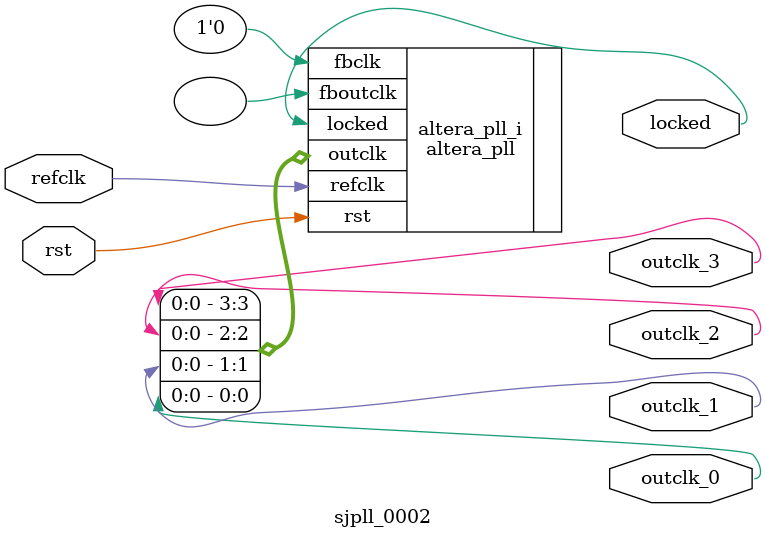
<source format=v>
`timescale 1ns/10ps
module  sjpll_0002(

	// interface 'refclk'
	input wire refclk,

	// interface 'reset'
	input wire rst,

	// interface 'outclk0'
	output wire outclk_0,

	// interface 'outclk1'
	output wire outclk_1,

	// interface 'outclk2'
	output wire outclk_2,

	// interface 'outclk3'
	output wire outclk_3,

	// interface 'locked'
	output wire locked
);

	altera_pll #(
		.fractional_vco_multiplier("true"),
		.reference_clock_frequency("50.0 MHz"),
		.pll_fractional_cout(32),
		.pll_dsm_out_sel("1st_order"),
		.operation_mode("direct"),
		.number_of_clocks(4),
		.output_clock_frequency0("25.178530 MHz"),
		.phase_shift0("0 ps"),
		.duty_cycle0(50),
		.output_clock_frequency1("100.714118 MHz"),
		.phase_shift1("353 ps"),
		.duty_cycle1(50),
		.output_clock_frequency2("25.178529 MHz"),
		.phase_shift2("0 ps"),
		.duty_cycle2(50),
		.output_clock_frequency3("8.011350 MHz"),
		.phase_shift3("0 ps"),
		.duty_cycle3(50),
		.output_clock_frequency4("0 MHz"),
		.phase_shift4("0 ps"),
		.duty_cycle4(50),
		.output_clock_frequency5("0 MHz"),
		.phase_shift5("0 ps"),
		.duty_cycle5(50),
		.output_clock_frequency6("0 MHz"),
		.phase_shift6("0 ps"),
		.duty_cycle6(50),
		.output_clock_frequency7("0 MHz"),
		.phase_shift7("0 ps"),
		.duty_cycle7(50),
		.output_clock_frequency8("0 MHz"),
		.phase_shift8("0 ps"),
		.duty_cycle8(50),
		.output_clock_frequency9("0 MHz"),
		.phase_shift9("0 ps"),
		.duty_cycle9(50),
		.output_clock_frequency10("0 MHz"),
		.phase_shift10("0 ps"),
		.duty_cycle10(50),
		.output_clock_frequency11("0 MHz"),
		.phase_shift11("0 ps"),
		.duty_cycle11(50),
		.output_clock_frequency12("0 MHz"),
		.phase_shift12("0 ps"),
		.duty_cycle12(50),
		.output_clock_frequency13("0 MHz"),
		.phase_shift13("0 ps"),
		.duty_cycle13(50),
		.output_clock_frequency14("0 MHz"),
		.phase_shift14("0 ps"),
		.duty_cycle14(50),
		.output_clock_frequency15("0 MHz"),
		.phase_shift15("0 ps"),
		.duty_cycle15(50),
		.output_clock_frequency16("0 MHz"),
		.phase_shift16("0 ps"),
		.duty_cycle16(50),
		.output_clock_frequency17("0 MHz"),
		.phase_shift17("0 ps"),
		.duty_cycle17(50),
		.pll_type("Cyclone V"),
		.pll_subtype("General"),
		.m_cnt_hi_div(7),
		.m_cnt_lo_div(7),
		.n_cnt_hi_div(256),
		.n_cnt_lo_div(256),
		.m_cnt_bypass_en("false"),
		.n_cnt_bypass_en("true"),
		.m_cnt_odd_div_duty_en("false"),
		.n_cnt_odd_div_duty_en("false"),
		.c_cnt_hi_div0(14),
		.c_cnt_lo_div0(14),
		.c_cnt_prst0(1),
		.c_cnt_ph_mux_prst0(0),
		.c_cnt_in_src0("ph_mux_clk"),
		.c_cnt_bypass_en0("false"),
		.c_cnt_odd_div_duty_en0("false"),
		.c_cnt_hi_div1(4),
		.c_cnt_lo_div1(3),
		.c_cnt_prst1(1),
		.c_cnt_ph_mux_prst1(2),
		.c_cnt_in_src1("ph_mux_clk"),
		.c_cnt_bypass_en1("false"),
		.c_cnt_odd_div_duty_en1("true"),
		.c_cnt_hi_div2(14),
		.c_cnt_lo_div2(14),
		.c_cnt_prst2(1),
		.c_cnt_ph_mux_prst2(0),
		.c_cnt_in_src2("ph_mux_clk"),
		.c_cnt_bypass_en2("false"),
		.c_cnt_odd_div_duty_en2("false"),
		.c_cnt_hi_div3(44),
		.c_cnt_lo_div3(44),
		.c_cnt_prst3(1),
		.c_cnt_ph_mux_prst3(0),
		.c_cnt_in_src3("ph_mux_clk"),
		.c_cnt_bypass_en3("false"),
		.c_cnt_odd_div_duty_en3("false"),
		.c_cnt_hi_div4(1),
		.c_cnt_lo_div4(1),
		.c_cnt_prst4(1),
		.c_cnt_ph_mux_prst4(0),
		.c_cnt_in_src4("ph_mux_clk"),
		.c_cnt_bypass_en4("true"),
		.c_cnt_odd_div_duty_en4("false"),
		.c_cnt_hi_div5(1),
		.c_cnt_lo_div5(1),
		.c_cnt_prst5(1),
		.c_cnt_ph_mux_prst5(0),
		.c_cnt_in_src5("ph_mux_clk"),
		.c_cnt_bypass_en5("true"),
		.c_cnt_odd_div_duty_en5("false"),
		.c_cnt_hi_div6(1),
		.c_cnt_lo_div6(1),
		.c_cnt_prst6(1),
		.c_cnt_ph_mux_prst6(0),
		.c_cnt_in_src6("ph_mux_clk"),
		.c_cnt_bypass_en6("true"),
		.c_cnt_odd_div_duty_en6("false"),
		.c_cnt_hi_div7(1),
		.c_cnt_lo_div7(1),
		.c_cnt_prst7(1),
		.c_cnt_ph_mux_prst7(0),
		.c_cnt_in_src7("ph_mux_clk"),
		.c_cnt_bypass_en7("true"),
		.c_cnt_odd_div_duty_en7("false"),
		.c_cnt_hi_div8(1),
		.c_cnt_lo_div8(1),
		.c_cnt_prst8(1),
		.c_cnt_ph_mux_prst8(0),
		.c_cnt_in_src8("ph_mux_clk"),
		.c_cnt_bypass_en8("true"),
		.c_cnt_odd_div_duty_en8("false"),
		.c_cnt_hi_div9(1),
		.c_cnt_lo_div9(1),
		.c_cnt_prst9(1),
		.c_cnt_ph_mux_prst9(0),
		.c_cnt_in_src9("ph_mux_clk"),
		.c_cnt_bypass_en9("true"),
		.c_cnt_odd_div_duty_en9("false"),
		.c_cnt_hi_div10(1),
		.c_cnt_lo_div10(1),
		.c_cnt_prst10(1),
		.c_cnt_ph_mux_prst10(0),
		.c_cnt_in_src10("ph_mux_clk"),
		.c_cnt_bypass_en10("true"),
		.c_cnt_odd_div_duty_en10("false"),
		.c_cnt_hi_div11(1),
		.c_cnt_lo_div11(1),
		.c_cnt_prst11(1),
		.c_cnt_ph_mux_prst11(0),
		.c_cnt_in_src11("ph_mux_clk"),
		.c_cnt_bypass_en11("true"),
		.c_cnt_odd_div_duty_en11("false"),
		.c_cnt_hi_div12(1),
		.c_cnt_lo_div12(1),
		.c_cnt_prst12(1),
		.c_cnt_ph_mux_prst12(0),
		.c_cnt_in_src12("ph_mux_clk"),
		.c_cnt_bypass_en12("true"),
		.c_cnt_odd_div_duty_en12("false"),
		.c_cnt_hi_div13(1),
		.c_cnt_lo_div13(1),
		.c_cnt_prst13(1),
		.c_cnt_ph_mux_prst13(0),
		.c_cnt_in_src13("ph_mux_clk"),
		.c_cnt_bypass_en13("true"),
		.c_cnt_odd_div_duty_en13("false"),
		.c_cnt_hi_div14(1),
		.c_cnt_lo_div14(1),
		.c_cnt_prst14(1),
		.c_cnt_ph_mux_prst14(0),
		.c_cnt_in_src14("ph_mux_clk"),
		.c_cnt_bypass_en14("true"),
		.c_cnt_odd_div_duty_en14("false"),
		.c_cnt_hi_div15(1),
		.c_cnt_lo_div15(1),
		.c_cnt_prst15(1),
		.c_cnt_ph_mux_prst15(0),
		.c_cnt_in_src15("ph_mux_clk"),
		.c_cnt_bypass_en15("true"),
		.c_cnt_odd_div_duty_en15("false"),
		.c_cnt_hi_div16(1),
		.c_cnt_lo_div16(1),
		.c_cnt_prst16(1),
		.c_cnt_ph_mux_prst16(0),
		.c_cnt_in_src16("ph_mux_clk"),
		.c_cnt_bypass_en16("true"),
		.c_cnt_odd_div_duty_en16("false"),
		.c_cnt_hi_div17(1),
		.c_cnt_lo_div17(1),
		.c_cnt_prst17(1),
		.c_cnt_ph_mux_prst17(0),
		.c_cnt_in_src17("ph_mux_clk"),
		.c_cnt_bypass_en17("true"),
		.c_cnt_odd_div_duty_en17("false"),
		.pll_vco_div(1),
		.pll_cp_current(20),
		.pll_bwctrl(4000),
		.pll_output_clk_frequency("704.998818 MHz"),
		.pll_fractional_division("429400000"),
		.mimic_fbclk_type("none"),
		.pll_fbclk_mux_1("glb"),
		.pll_fbclk_mux_2("m_cnt"),
		.pll_m_cnt_in_src("ph_mux_clk"),
		.pll_slf_rst("false")
	) altera_pll_i (
		.rst	(rst),
		.outclk	({outclk_3, outclk_2, outclk_1, outclk_0}),
		.locked	(locked),
		.fboutclk	( ),
		.fbclk	(1'b0),
		.refclk	(refclk)
	);
endmodule


</source>
